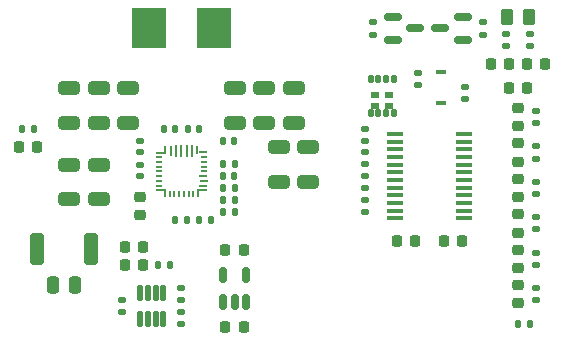
<source format=gbr>
%TF.GenerationSoftware,KiCad,Pcbnew,9.0.6+1*%
%TF.CreationDate,Date%
%TF.ProjectId,solar_smart_station,736f6c61-725f-4736-9d61-72745f737461,1.0.0*%
%TF.SameCoordinates,Original*%
%TF.FileFunction,Paste,Top*%
%TF.FilePolarity,Positive*%
%FSLAX46Y46*%
G04 Gerber Fmt 4.6, Leading zero omitted, Abs format (unit mm)*
G04 Created by KiCad*
%MOMM*%
%LPD*%
G01*
G04 APERTURE LIST*
G04 Aperture macros list*
%AMRoundRect*
0 Rectangle with rounded corners*
0 $1 Rounding radius*
0 $2 $3 $4 $5 $6 $7 $8 $9 X,Y pos of 4 corners*
0 Add a 4 corners polygon primitive as box body*
4,1,4,$2,$3,$4,$5,$6,$7,$8,$9,$2,$3,0*
0 Add four circle primitives for the rounded corners*
1,1,$1+$1,$2,$3*
1,1,$1+$1,$4,$5*
1,1,$1+$1,$6,$7*
1,1,$1+$1,$8,$9*
0 Add four rect primitives between the rounded corners*
20,1,$1+$1,$2,$3,$4,$5,0*
20,1,$1+$1,$4,$5,$6,$7,0*
20,1,$1+$1,$6,$7,$8,$9,0*
20,1,$1+$1,$8,$9,$2,$3,0*%
%AMFreePoly0*
4,1,5,0.100000,-0.350000,-0.100000,-0.350000,-0.100000,0.350000,0.100000,0.350000,0.100000,-0.350000,0.100000,-0.350000,$1*%
%AMFreePoly1*
4,1,5,0.350000,-0.100000,-0.350000,-0.100000,-0.350000,0.100000,0.350000,0.100000,0.350000,-0.100000,0.350000,-0.100000,$1*%
G04 Aperture macros list end*
%ADD10RoundRect,0.135000X-0.185000X0.135000X-0.185000X-0.135000X0.185000X-0.135000X0.185000X0.135000X0*%
%ADD11RoundRect,0.250000X-0.650000X0.325000X-0.650000X-0.325000X0.650000X-0.325000X0.650000X0.325000X0*%
%ADD12RoundRect,0.225000X-0.250000X0.225000X-0.250000X-0.225000X0.250000X-0.225000X0.250000X0.225000X0*%
%ADD13RoundRect,0.150000X-0.587500X-0.150000X0.587500X-0.150000X0.587500X0.150000X-0.587500X0.150000X0*%
%ADD14RoundRect,0.135000X-0.135000X-0.185000X0.135000X-0.185000X0.135000X0.185000X-0.135000X0.185000X0*%
%ADD15RoundRect,0.150000X0.587500X0.150000X-0.587500X0.150000X-0.587500X-0.150000X0.587500X-0.150000X0*%
%ADD16RoundRect,0.250000X0.250000X0.475000X-0.250000X0.475000X-0.250000X-0.475000X0.250000X-0.475000X0*%
%ADD17RoundRect,0.225000X-0.225000X-0.250000X0.225000X-0.250000X0.225000X0.250000X-0.225000X0.250000X0*%
%ADD18RoundRect,0.140000X0.140000X0.170000X-0.140000X0.170000X-0.140000X-0.170000X0.140000X-0.170000X0*%
%ADD19RoundRect,0.112500X-0.112500X0.550000X-0.112500X-0.550000X0.112500X-0.550000X0.112500X0.550000X0*%
%ADD20RoundRect,0.135000X0.185000X-0.135000X0.185000X0.135000X-0.185000X0.135000X-0.185000X-0.135000X0*%
%ADD21RoundRect,0.250000X-0.362500X-1.075000X0.362500X-1.075000X0.362500X1.075000X-0.362500X1.075000X0*%
%ADD22RoundRect,0.140000X-0.170000X0.140000X-0.170000X-0.140000X0.170000X-0.140000X0.170000X0.140000X0*%
%ADD23RoundRect,0.250000X0.650000X-0.325000X0.650000X0.325000X-0.650000X0.325000X-0.650000X-0.325000X0*%
%ADD24RoundRect,0.140000X-0.140000X-0.170000X0.140000X-0.170000X0.140000X0.170000X-0.140000X0.170000X0*%
%ADD25RoundRect,0.225000X0.225000X0.250000X-0.225000X0.250000X-0.225000X-0.250000X0.225000X-0.250000X0*%
%ADD26RoundRect,0.135000X0.135000X0.185000X-0.135000X0.185000X-0.135000X-0.185000X0.135000X-0.185000X0*%
%ADD27RoundRect,0.150000X0.150000X-0.512500X0.150000X0.512500X-0.150000X0.512500X-0.150000X-0.512500X0*%
%ADD28R,2.950000X3.500000*%
%ADD29R,0.838200X0.457200*%
%ADD30RoundRect,0.250000X0.262500X0.450000X-0.262500X0.450000X-0.262500X-0.450000X0.262500X-0.450000X0*%
%ADD31R,1.473200X0.355600*%
%ADD32RoundRect,0.225000X0.250000X-0.225000X0.250000X0.225000X-0.250000X0.225000X-0.250000X-0.225000X0*%
%ADD33R,0.800000X0.200000*%
%ADD34R,0.200000X0.700000*%
%ADD35R,0.599999X0.200000*%
%ADD36R,0.700000X0.200000*%
%ADD37R,0.200000X0.599999*%
%ADD38FreePoly0,0.000000*%
%ADD39FreePoly1,0.000000*%
%ADD40R,0.700001X0.200000*%
%ADD41R,0.650001X0.200000*%
%ADD42R,0.680001X0.200000*%
%ADD43R,0.200000X1.000000*%
%ADD44R,0.200000X0.950001*%
%ADD45RoundRect,0.218750X0.218750X0.256250X-0.218750X0.256250X-0.218750X-0.256250X0.218750X-0.256250X0*%
%ADD46R,0.738000X0.570000*%
%ADD47RoundRect,0.125000X-0.125000X0.190000X-0.125000X-0.190000X0.125000X-0.190000X0.125000X0.190000X0*%
%ADD48RoundRect,0.112500X-0.112500X0.202500X-0.112500X-0.202500X0.112500X-0.202500X0.112500X0.202500X0*%
G04 APERTURE END LIST*
D10*
%TO.C,R28*%
X64000000Y-162490000D03*
X64000000Y-163510000D03*
%TD*%
D11*
%TO.C,C16*%
X55500000Y-157025000D03*
X55500000Y-159975000D03*
%TD*%
D10*
%TO.C,R30*%
X64000000Y-164490000D03*
X64000000Y-165510000D03*
%TD*%
D12*
%TO.C,C24*%
X77000000Y-170725000D03*
X77000000Y-172275000D03*
%TD*%
D13*
%TO.C,Q2*%
X66422500Y-151050000D03*
X66422500Y-152950000D03*
X68297500Y-152000000D03*
%TD*%
D11*
%TO.C,C12*%
X44000000Y-157025000D03*
X44000000Y-159975000D03*
%TD*%
D14*
%TO.C,R3*%
X49990000Y-168250000D03*
X51010000Y-168250000D03*
%TD*%
D15*
%TO.C,Q1*%
X72297500Y-152950000D03*
X72297500Y-151050000D03*
X70422500Y-152000000D03*
%TD*%
D14*
%TO.C,R6*%
X51990000Y-165500000D03*
X53010000Y-165500000D03*
%TD*%
D11*
%TO.C,C15*%
X41500000Y-157025000D03*
X41500000Y-159975000D03*
%TD*%
D12*
%TO.C,C26*%
X77000000Y-164725000D03*
X77000000Y-166275000D03*
%TD*%
D16*
%TO.C,C1*%
X39500000Y-173702500D03*
X37600000Y-173702500D03*
%TD*%
D10*
%TO.C,R17*%
X78500000Y-161990000D03*
X78500000Y-163010000D03*
%TD*%
D17*
%TO.C,C33*%
X77725000Y-155000000D03*
X79275000Y-155000000D03*
%TD*%
D10*
%TO.C,R29*%
X64000000Y-160490000D03*
X64000000Y-161510000D03*
%TD*%
D18*
%TO.C,C9*%
X47980000Y-160500000D03*
X47020000Y-160500000D03*
%TD*%
D19*
%TO.C,U3*%
X46975000Y-174362500D03*
X46325000Y-174362500D03*
X45675000Y-174362500D03*
X45025000Y-174362500D03*
X45025000Y-176637500D03*
X45675000Y-176637500D03*
X46325000Y-176637500D03*
X46975000Y-176637500D03*
%TD*%
D12*
%TO.C,C28*%
X77000000Y-158725000D03*
X77000000Y-160275000D03*
%TD*%
D11*
%TO.C,C13*%
X53000000Y-157025000D03*
X53000000Y-159975000D03*
%TD*%
D20*
%TO.C,R11*%
X48500000Y-177010000D03*
X48500000Y-175990000D03*
%TD*%
D21*
%TO.C,R1*%
X36237500Y-170702500D03*
X40862500Y-170702500D03*
%TD*%
D12*
%TO.C,C25*%
X77000000Y-167725000D03*
X77000000Y-169275000D03*
%TD*%
D10*
%TO.C,R14*%
X78500000Y-170990000D03*
X78500000Y-172010000D03*
%TD*%
%TO.C,R24*%
X74000000Y-151490000D03*
X74000000Y-152510000D03*
%TD*%
D22*
%TO.C,C2*%
X45000000Y-161520000D03*
X45000000Y-162480000D03*
%TD*%
D23*
%TO.C,C11*%
X56750000Y-164975000D03*
X56750000Y-162025000D03*
%TD*%
D24*
%TO.C,C10*%
X49020000Y-160500000D03*
X49980000Y-160500000D03*
%TD*%
D25*
%TO.C,C20*%
X53760000Y-170795000D03*
X52210000Y-170795000D03*
%TD*%
D10*
%TO.C,R13*%
X78500000Y-173990000D03*
X78500000Y-175010000D03*
%TD*%
D20*
%TO.C,R26*%
X64750000Y-152510000D03*
X64750000Y-151490000D03*
%TD*%
D12*
%TO.C,C23*%
X77000000Y-173725000D03*
X77000000Y-175275000D03*
%TD*%
D14*
%TO.C,R5*%
X51990000Y-163500000D03*
X53010000Y-163500000D03*
%TD*%
%TO.C,R4*%
X47990000Y-168250000D03*
X49010000Y-168250000D03*
%TD*%
D26*
%TO.C,R8*%
X53010000Y-166500000D03*
X51990000Y-166500000D03*
%TD*%
D27*
%TO.C,U2*%
X52050000Y-175137500D03*
X53000000Y-175137500D03*
X53950000Y-175137500D03*
X53950000Y-172862500D03*
X52050000Y-172862500D03*
%TD*%
D23*
%TO.C,C4*%
X39000000Y-166475000D03*
X39000000Y-163525000D03*
%TD*%
%TO.C,C3*%
X41500000Y-166475000D03*
X41500000Y-163525000D03*
%TD*%
D28*
%TO.C,L1*%
X45775000Y-152000000D03*
X51225000Y-152000000D03*
%TD*%
D26*
%TO.C,R9*%
X47510000Y-172000000D03*
X46490000Y-172000000D03*
%TD*%
%TO.C,R2*%
X36010000Y-160500000D03*
X34990000Y-160500000D03*
%TD*%
D24*
%TO.C,C8*%
X52020000Y-161500000D03*
X52980000Y-161500000D03*
%TD*%
D11*
%TO.C,C17*%
X39000000Y-157025000D03*
X39000000Y-159975000D03*
%TD*%
D10*
%TO.C,R16*%
X78500000Y-164990000D03*
X78500000Y-166010000D03*
%TD*%
%TO.C,R25*%
X68500000Y-155750000D03*
X68500000Y-156770000D03*
%TD*%
D17*
%TO.C,C30*%
X66725000Y-170000000D03*
X68275000Y-170000000D03*
%TD*%
D12*
%TO.C,C27*%
X77000000Y-161725000D03*
X77000000Y-163275000D03*
%TD*%
D20*
%TO.C,R18*%
X78500000Y-160010000D03*
X78500000Y-158990000D03*
%TD*%
D29*
%TO.C,D2*%
X70500000Y-155679200D03*
X70500000Y-158320800D03*
%TD*%
D23*
%TO.C,C14*%
X59250000Y-164975000D03*
X59250000Y-162025000D03*
%TD*%
D25*
%TO.C,C21*%
X45275000Y-170500000D03*
X43725000Y-170500000D03*
%TD*%
D30*
%TO.C,R21*%
X77912500Y-151000000D03*
X76087500Y-151000000D03*
%TD*%
D25*
%TO.C,C22*%
X45275000Y-172000000D03*
X43725000Y-172000000D03*
%TD*%
D10*
%TO.C,R15*%
X78500000Y-167990000D03*
X78500000Y-169010000D03*
%TD*%
D20*
%TO.C,R12*%
X43500000Y-176010000D03*
X43500000Y-174990000D03*
%TD*%
%TO.C,R27*%
X64000000Y-167510000D03*
X64000000Y-166490000D03*
%TD*%
D14*
%TO.C,R7*%
X51990000Y-167500000D03*
X53010000Y-167500000D03*
%TD*%
D25*
%TO.C,C19*%
X53760000Y-177295000D03*
X52210000Y-177295000D03*
%TD*%
D17*
%TO.C,C29*%
X70725000Y-170000000D03*
X72275000Y-170000000D03*
%TD*%
D10*
%TO.C,R23*%
X72500000Y-156990000D03*
X72500000Y-158010000D03*
%TD*%
D31*
%TO.C,U4*%
X72421000Y-168074999D03*
X72421000Y-167425000D03*
X72421000Y-166775002D03*
X72421000Y-166125001D03*
X72421000Y-165475002D03*
X72421000Y-164825001D03*
X72421000Y-164175002D03*
X72421000Y-163525001D03*
X72421000Y-162875002D03*
X72421000Y-162225001D03*
X72421000Y-161575002D03*
X72421000Y-160925001D03*
X66579000Y-160925001D03*
X66579000Y-161575000D03*
X66579000Y-162225001D03*
X66579000Y-162874999D03*
X66579000Y-163525001D03*
X66579000Y-164174999D03*
X66579000Y-164824998D03*
X66579000Y-165474999D03*
X66579000Y-166124998D03*
X66579000Y-166774999D03*
X66579000Y-167424998D03*
X66579000Y-168074999D03*
%TD*%
D10*
%TO.C,R10*%
X48500000Y-173990000D03*
X48500000Y-175010000D03*
%TD*%
D26*
%TO.C,R19*%
X78010000Y-177000000D03*
X76990000Y-177000000D03*
%TD*%
D32*
%TO.C,C6*%
X45000000Y-167775000D03*
X45000000Y-166225000D03*
%TD*%
D33*
%TO.C,U1*%
X46697745Y-162501514D03*
D34*
X47149431Y-162250200D03*
D35*
X46600002Y-162900001D03*
X46600002Y-163300000D03*
X46600002Y-163700002D03*
X46600002Y-164100001D03*
X46600002Y-164500000D03*
X46600002Y-164900002D03*
X46600002Y-165300001D03*
D36*
X46649068Y-165699257D03*
D34*
X47097609Y-165950180D03*
D37*
X47500000Y-166000000D03*
X47900002Y-166000000D03*
X48300001Y-166000000D03*
X48700001Y-166000000D03*
X49100000Y-166000000D03*
X49500002Y-166000000D03*
D38*
X49898885Y-165957363D03*
D39*
X50349509Y-165708006D03*
D40*
X50350000Y-165300001D03*
D41*
X50375001Y-164899999D03*
D42*
X50360000Y-164500000D03*
D35*
X50400000Y-164100001D03*
X50400000Y-163700002D03*
X50400000Y-163300000D03*
X50400000Y-162900001D03*
D34*
X49850961Y-162249822D03*
D33*
X50299251Y-162498872D03*
D43*
X49400002Y-162400002D03*
X48950000Y-162400002D03*
X48500001Y-162400002D03*
X48050002Y-162400002D03*
D44*
X47600000Y-162375001D03*
%TD*%
D17*
%TO.C,C31*%
X76225000Y-157000000D03*
X77775000Y-157000000D03*
%TD*%
D18*
%TO.C,C7*%
X52980000Y-164500000D03*
X52020000Y-164500000D03*
%TD*%
D45*
%TO.C,D1*%
X36287500Y-162000000D03*
X34712500Y-162000000D03*
%TD*%
D46*
%TO.C,U5*%
X66110000Y-157600000D03*
X64890000Y-157600000D03*
X66110000Y-158550000D03*
X64890000Y-158550000D03*
D47*
X66472500Y-159130000D03*
X65830000Y-159130000D03*
X65170000Y-159130000D03*
X64527500Y-159130000D03*
D48*
X66470000Y-156250000D03*
X65830000Y-156250000D03*
X65170000Y-156250000D03*
X64530000Y-156250000D03*
%TD*%
D11*
%TO.C,C18*%
X58000000Y-157025000D03*
X58000000Y-159975000D03*
%TD*%
D10*
%TO.C,R22*%
X76000000Y-152490000D03*
X76000000Y-153510000D03*
%TD*%
D22*
%TO.C,C5*%
X45000000Y-163520000D03*
X45000000Y-164480000D03*
%TD*%
D10*
%TO.C,R20*%
X78000000Y-152490000D03*
X78000000Y-153510000D03*
%TD*%
D25*
%TO.C,C32*%
X76275000Y-155000000D03*
X74725000Y-155000000D03*
%TD*%
M02*

</source>
